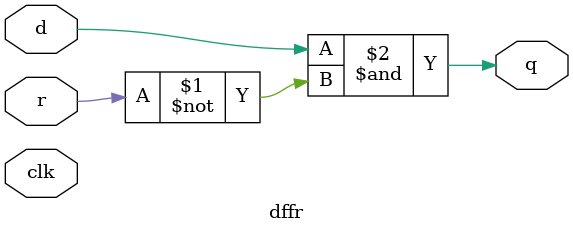
<source format=v>

module dffr (input d,
	     input r,
	     input clk,
	     output q);

assign q = d & ~r;

endmodule

</source>
